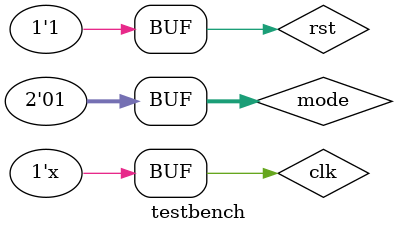
<source format=v>
`timescale 1ns / 1ps


module testbench();
    reg rst;
    reg clk;
    reg [1:0]mode;
    wire o_pwm;
    Driver_PWM Diver_PWM(
        .ext_clk_25m(clk),
        .ext_rst_n(rst),
        .mode(mode),
        .o_pwm(o_pwm)
        );
    initial
        begin
            clk=0;
            rst=0;
            mode=2'b10;
            #50;
            rst=1;
            #40000000 mode=2'b00;
            #40000000 mode=2'b01;
        end     
        always #5 clk=~clk;
endmodule

</source>
